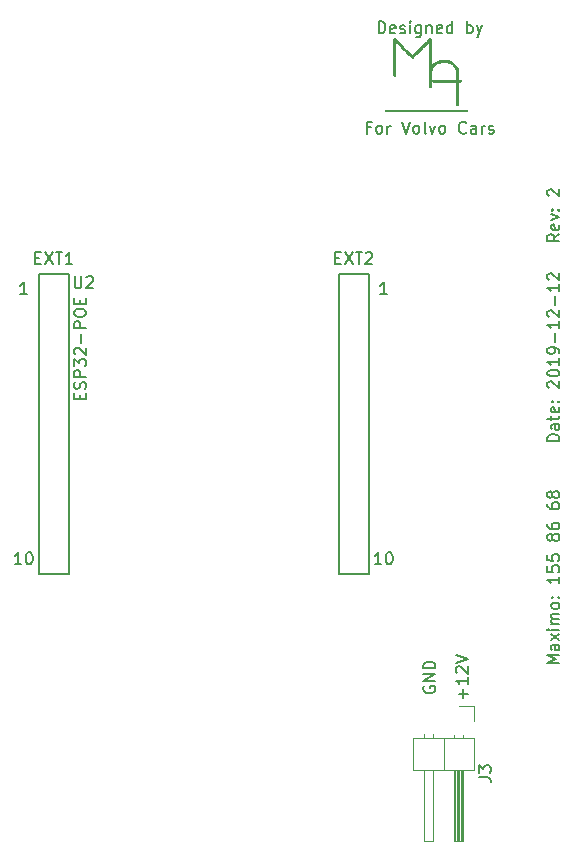
<source format=gto>
G04 #@! TF.GenerationSoftware,KiCad,Pcbnew,(5.1.4)-1*
G04 #@! TF.CreationDate,2019-12-13T13:31:56+01:00*
G04 #@! TF.ProjectId,LIN bus esp32,4c494e20-6275-4732-9065-737033322e6b,2*
G04 #@! TF.SameCoordinates,Original*
G04 #@! TF.FileFunction,Legend,Top*
G04 #@! TF.FilePolarity,Positive*
%FSLAX46Y46*%
G04 Gerber Fmt 4.6, Leading zero omitted, Abs format (unit mm)*
G04 Created by KiCad (PCBNEW (5.1.4)-1) date 2019-12-13 13:31:56*
%MOMM*%
%LPD*%
G04 APERTURE LIST*
%ADD10C,0.150000*%
%ADD11C,0.010000*%
%ADD12C,0.120000*%
G04 APERTURE END LIST*
D10*
X162726190Y-59178571D02*
X162392857Y-59178571D01*
X162392857Y-59702380D02*
X162392857Y-58702380D01*
X162869047Y-58702380D01*
X163392857Y-59702380D02*
X163297619Y-59654761D01*
X163250000Y-59607142D01*
X163202380Y-59511904D01*
X163202380Y-59226190D01*
X163250000Y-59130952D01*
X163297619Y-59083333D01*
X163392857Y-59035714D01*
X163535714Y-59035714D01*
X163630952Y-59083333D01*
X163678571Y-59130952D01*
X163726190Y-59226190D01*
X163726190Y-59511904D01*
X163678571Y-59607142D01*
X163630952Y-59654761D01*
X163535714Y-59702380D01*
X163392857Y-59702380D01*
X164154761Y-59702380D02*
X164154761Y-59035714D01*
X164154761Y-59226190D02*
X164202380Y-59130952D01*
X164250000Y-59083333D01*
X164345238Y-59035714D01*
X164440476Y-59035714D01*
X165392857Y-58702380D02*
X165726190Y-59702380D01*
X166059523Y-58702380D01*
X166535714Y-59702380D02*
X166440476Y-59654761D01*
X166392857Y-59607142D01*
X166345238Y-59511904D01*
X166345238Y-59226190D01*
X166392857Y-59130952D01*
X166440476Y-59083333D01*
X166535714Y-59035714D01*
X166678571Y-59035714D01*
X166773809Y-59083333D01*
X166821428Y-59130952D01*
X166869047Y-59226190D01*
X166869047Y-59511904D01*
X166821428Y-59607142D01*
X166773809Y-59654761D01*
X166678571Y-59702380D01*
X166535714Y-59702380D01*
X167440476Y-59702380D02*
X167345238Y-59654761D01*
X167297619Y-59559523D01*
X167297619Y-58702380D01*
X167726190Y-59035714D02*
X167964285Y-59702380D01*
X168202380Y-59035714D01*
X168726190Y-59702380D02*
X168630952Y-59654761D01*
X168583333Y-59607142D01*
X168535714Y-59511904D01*
X168535714Y-59226190D01*
X168583333Y-59130952D01*
X168630952Y-59083333D01*
X168726190Y-59035714D01*
X168869047Y-59035714D01*
X168964285Y-59083333D01*
X169011904Y-59130952D01*
X169059523Y-59226190D01*
X169059523Y-59511904D01*
X169011904Y-59607142D01*
X168964285Y-59654761D01*
X168869047Y-59702380D01*
X168726190Y-59702380D01*
X170821428Y-59607142D02*
X170773809Y-59654761D01*
X170630952Y-59702380D01*
X170535714Y-59702380D01*
X170392857Y-59654761D01*
X170297619Y-59559523D01*
X170250000Y-59464285D01*
X170202380Y-59273809D01*
X170202380Y-59130952D01*
X170250000Y-58940476D01*
X170297619Y-58845238D01*
X170392857Y-58750000D01*
X170535714Y-58702380D01*
X170630952Y-58702380D01*
X170773809Y-58750000D01*
X170821428Y-58797619D01*
X171678571Y-59702380D02*
X171678571Y-59178571D01*
X171630952Y-59083333D01*
X171535714Y-59035714D01*
X171345238Y-59035714D01*
X171250000Y-59083333D01*
X171678571Y-59654761D02*
X171583333Y-59702380D01*
X171345238Y-59702380D01*
X171250000Y-59654761D01*
X171202380Y-59559523D01*
X171202380Y-59464285D01*
X171250000Y-59369047D01*
X171345238Y-59321428D01*
X171583333Y-59321428D01*
X171678571Y-59273809D01*
X172154761Y-59702380D02*
X172154761Y-59035714D01*
X172154761Y-59226190D02*
X172202380Y-59130952D01*
X172250000Y-59083333D01*
X172345238Y-59035714D01*
X172440476Y-59035714D01*
X172726190Y-59654761D02*
X172821428Y-59702380D01*
X173011904Y-59702380D01*
X173107142Y-59654761D01*
X173154761Y-59559523D01*
X173154761Y-59511904D01*
X173107142Y-59416666D01*
X173011904Y-59369047D01*
X172869047Y-59369047D01*
X172773809Y-59321428D01*
X172726190Y-59226190D01*
X172726190Y-59178571D01*
X172773809Y-59083333D01*
X172869047Y-59035714D01*
X173011904Y-59035714D01*
X173107142Y-59083333D01*
X163416666Y-51202380D02*
X163416666Y-50202380D01*
X163654761Y-50202380D01*
X163797619Y-50250000D01*
X163892857Y-50345238D01*
X163940476Y-50440476D01*
X163988095Y-50630952D01*
X163988095Y-50773809D01*
X163940476Y-50964285D01*
X163892857Y-51059523D01*
X163797619Y-51154761D01*
X163654761Y-51202380D01*
X163416666Y-51202380D01*
X164797619Y-51154761D02*
X164702380Y-51202380D01*
X164511904Y-51202380D01*
X164416666Y-51154761D01*
X164369047Y-51059523D01*
X164369047Y-50678571D01*
X164416666Y-50583333D01*
X164511904Y-50535714D01*
X164702380Y-50535714D01*
X164797619Y-50583333D01*
X164845238Y-50678571D01*
X164845238Y-50773809D01*
X164369047Y-50869047D01*
X165226190Y-51154761D02*
X165321428Y-51202380D01*
X165511904Y-51202380D01*
X165607142Y-51154761D01*
X165654761Y-51059523D01*
X165654761Y-51011904D01*
X165607142Y-50916666D01*
X165511904Y-50869047D01*
X165369047Y-50869047D01*
X165273809Y-50821428D01*
X165226190Y-50726190D01*
X165226190Y-50678571D01*
X165273809Y-50583333D01*
X165369047Y-50535714D01*
X165511904Y-50535714D01*
X165607142Y-50583333D01*
X166083333Y-51202380D02*
X166083333Y-50535714D01*
X166083333Y-50202380D02*
X166035714Y-50250000D01*
X166083333Y-50297619D01*
X166130952Y-50250000D01*
X166083333Y-50202380D01*
X166083333Y-50297619D01*
X166988095Y-50535714D02*
X166988095Y-51345238D01*
X166940476Y-51440476D01*
X166892857Y-51488095D01*
X166797619Y-51535714D01*
X166654761Y-51535714D01*
X166559523Y-51488095D01*
X166988095Y-51154761D02*
X166892857Y-51202380D01*
X166702380Y-51202380D01*
X166607142Y-51154761D01*
X166559523Y-51107142D01*
X166511904Y-51011904D01*
X166511904Y-50726190D01*
X166559523Y-50630952D01*
X166607142Y-50583333D01*
X166702380Y-50535714D01*
X166892857Y-50535714D01*
X166988095Y-50583333D01*
X167464285Y-50535714D02*
X167464285Y-51202380D01*
X167464285Y-50630952D02*
X167511904Y-50583333D01*
X167607142Y-50535714D01*
X167750000Y-50535714D01*
X167845238Y-50583333D01*
X167892857Y-50678571D01*
X167892857Y-51202380D01*
X168750000Y-51154761D02*
X168654761Y-51202380D01*
X168464285Y-51202380D01*
X168369047Y-51154761D01*
X168321428Y-51059523D01*
X168321428Y-50678571D01*
X168369047Y-50583333D01*
X168464285Y-50535714D01*
X168654761Y-50535714D01*
X168750000Y-50583333D01*
X168797619Y-50678571D01*
X168797619Y-50773809D01*
X168321428Y-50869047D01*
X169654761Y-51202380D02*
X169654761Y-50202380D01*
X169654761Y-51154761D02*
X169559523Y-51202380D01*
X169369047Y-51202380D01*
X169273809Y-51154761D01*
X169226190Y-51107142D01*
X169178571Y-51011904D01*
X169178571Y-50726190D01*
X169226190Y-50630952D01*
X169273809Y-50583333D01*
X169369047Y-50535714D01*
X169559523Y-50535714D01*
X169654761Y-50583333D01*
X170892857Y-51202380D02*
X170892857Y-50202380D01*
X170892857Y-50583333D02*
X170988095Y-50535714D01*
X171178571Y-50535714D01*
X171273809Y-50583333D01*
X171321428Y-50630952D01*
X171369047Y-50726190D01*
X171369047Y-51011904D01*
X171321428Y-51107142D01*
X171273809Y-51154761D01*
X171178571Y-51202380D01*
X170988095Y-51202380D01*
X170892857Y-51154761D01*
X171702380Y-50535714D02*
X171940476Y-51202380D01*
X172178571Y-50535714D02*
X171940476Y-51202380D01*
X171845238Y-51440476D01*
X171797619Y-51488095D01*
X171702380Y-51535714D01*
X178702380Y-104547619D02*
X177702380Y-104547619D01*
X178416666Y-104214285D01*
X177702380Y-103880952D01*
X178702380Y-103880952D01*
X178702380Y-102976190D02*
X178178571Y-102976190D01*
X178083333Y-103023809D01*
X178035714Y-103119047D01*
X178035714Y-103309523D01*
X178083333Y-103404761D01*
X178654761Y-102976190D02*
X178702380Y-103071428D01*
X178702380Y-103309523D01*
X178654761Y-103404761D01*
X178559523Y-103452380D01*
X178464285Y-103452380D01*
X178369047Y-103404761D01*
X178321428Y-103309523D01*
X178321428Y-103071428D01*
X178273809Y-102976190D01*
X178702380Y-102595238D02*
X178035714Y-102071428D01*
X178035714Y-102595238D02*
X178702380Y-102071428D01*
X178702380Y-101690476D02*
X178035714Y-101690476D01*
X177702380Y-101690476D02*
X177750000Y-101738095D01*
X177797619Y-101690476D01*
X177750000Y-101642857D01*
X177702380Y-101690476D01*
X177797619Y-101690476D01*
X178702380Y-101214285D02*
X178035714Y-101214285D01*
X178130952Y-101214285D02*
X178083333Y-101166666D01*
X178035714Y-101071428D01*
X178035714Y-100928571D01*
X178083333Y-100833333D01*
X178178571Y-100785714D01*
X178702380Y-100785714D01*
X178178571Y-100785714D02*
X178083333Y-100738095D01*
X178035714Y-100642857D01*
X178035714Y-100499999D01*
X178083333Y-100404761D01*
X178178571Y-100357142D01*
X178702380Y-100357142D01*
X178702380Y-99738095D02*
X178654761Y-99833333D01*
X178607142Y-99880952D01*
X178511904Y-99928571D01*
X178226190Y-99928571D01*
X178130952Y-99880952D01*
X178083333Y-99833333D01*
X178035714Y-99738095D01*
X178035714Y-99595238D01*
X178083333Y-99499999D01*
X178130952Y-99452380D01*
X178226190Y-99404761D01*
X178511904Y-99404761D01*
X178607142Y-99452380D01*
X178654761Y-99499999D01*
X178702380Y-99595238D01*
X178702380Y-99738095D01*
X178607142Y-98976190D02*
X178654761Y-98928571D01*
X178702380Y-98976190D01*
X178654761Y-99023809D01*
X178607142Y-98976190D01*
X178702380Y-98976190D01*
X178083333Y-98976190D02*
X178130952Y-98928571D01*
X178178571Y-98976190D01*
X178130952Y-99023809D01*
X178083333Y-98976190D01*
X178178571Y-98976190D01*
X178702380Y-97214285D02*
X178702380Y-97785714D01*
X178702380Y-97499999D02*
X177702380Y-97499999D01*
X177845238Y-97595238D01*
X177940476Y-97690476D01*
X177988095Y-97785714D01*
X177702380Y-96309523D02*
X177702380Y-96785714D01*
X178178571Y-96833333D01*
X178130952Y-96785714D01*
X178083333Y-96690476D01*
X178083333Y-96452380D01*
X178130952Y-96357142D01*
X178178571Y-96309523D01*
X178273809Y-96261904D01*
X178511904Y-96261904D01*
X178607142Y-96309523D01*
X178654761Y-96357142D01*
X178702380Y-96452380D01*
X178702380Y-96690476D01*
X178654761Y-96785714D01*
X178607142Y-96833333D01*
X177702380Y-95357142D02*
X177702380Y-95833333D01*
X178178571Y-95880952D01*
X178130952Y-95833333D01*
X178083333Y-95738095D01*
X178083333Y-95500000D01*
X178130952Y-95404761D01*
X178178571Y-95357142D01*
X178273809Y-95309523D01*
X178511904Y-95309523D01*
X178607142Y-95357142D01*
X178654761Y-95404761D01*
X178702380Y-95500000D01*
X178702380Y-95738095D01*
X178654761Y-95833333D01*
X178607142Y-95880952D01*
X178130952Y-93976190D02*
X178083333Y-94071428D01*
X178035714Y-94119047D01*
X177940476Y-94166666D01*
X177892857Y-94166666D01*
X177797619Y-94119047D01*
X177750000Y-94071428D01*
X177702380Y-93976190D01*
X177702380Y-93785714D01*
X177750000Y-93690476D01*
X177797619Y-93642857D01*
X177892857Y-93595238D01*
X177940476Y-93595238D01*
X178035714Y-93642857D01*
X178083333Y-93690476D01*
X178130952Y-93785714D01*
X178130952Y-93976190D01*
X178178571Y-94071428D01*
X178226190Y-94119047D01*
X178321428Y-94166666D01*
X178511904Y-94166666D01*
X178607142Y-94119047D01*
X178654761Y-94071428D01*
X178702380Y-93976190D01*
X178702380Y-93785714D01*
X178654761Y-93690476D01*
X178607142Y-93642857D01*
X178511904Y-93595238D01*
X178321428Y-93595238D01*
X178226190Y-93642857D01*
X178178571Y-93690476D01*
X178130952Y-93785714D01*
X177702380Y-92738095D02*
X177702380Y-92928571D01*
X177750000Y-93023809D01*
X177797619Y-93071428D01*
X177940476Y-93166666D01*
X178130952Y-93214285D01*
X178511904Y-93214285D01*
X178607142Y-93166666D01*
X178654761Y-93119047D01*
X178702380Y-93023809D01*
X178702380Y-92833333D01*
X178654761Y-92738095D01*
X178607142Y-92690476D01*
X178511904Y-92642857D01*
X178273809Y-92642857D01*
X178178571Y-92690476D01*
X178130952Y-92738095D01*
X178083333Y-92833333D01*
X178083333Y-93023809D01*
X178130952Y-93119047D01*
X178178571Y-93166666D01*
X178273809Y-93214285D01*
X177702380Y-91023809D02*
X177702380Y-91214285D01*
X177750000Y-91309523D01*
X177797619Y-91357142D01*
X177940476Y-91452380D01*
X178130952Y-91500000D01*
X178511904Y-91500000D01*
X178607142Y-91452380D01*
X178654761Y-91404761D01*
X178702380Y-91309523D01*
X178702380Y-91119047D01*
X178654761Y-91023809D01*
X178607142Y-90976190D01*
X178511904Y-90928571D01*
X178273809Y-90928571D01*
X178178571Y-90976190D01*
X178130952Y-91023809D01*
X178083333Y-91119047D01*
X178083333Y-91309523D01*
X178130952Y-91404761D01*
X178178571Y-91452380D01*
X178273809Y-91500000D01*
X178130952Y-90357142D02*
X178083333Y-90452380D01*
X178035714Y-90500000D01*
X177940476Y-90547619D01*
X177892857Y-90547619D01*
X177797619Y-90500000D01*
X177750000Y-90452380D01*
X177702380Y-90357142D01*
X177702380Y-90166666D01*
X177750000Y-90071428D01*
X177797619Y-90023809D01*
X177892857Y-89976190D01*
X177940476Y-89976190D01*
X178035714Y-90023809D01*
X178083333Y-90071428D01*
X178130952Y-90166666D01*
X178130952Y-90357142D01*
X178178571Y-90452380D01*
X178226190Y-90500000D01*
X178321428Y-90547619D01*
X178511904Y-90547619D01*
X178607142Y-90500000D01*
X178654761Y-90452380D01*
X178702380Y-90357142D01*
X178702380Y-90166666D01*
X178654761Y-90071428D01*
X178607142Y-90023809D01*
X178511904Y-89976190D01*
X178321428Y-89976190D01*
X178226190Y-90023809D01*
X178178571Y-90071428D01*
X178130952Y-90166666D01*
X178702380Y-85738095D02*
X177702380Y-85738095D01*
X177702380Y-85500000D01*
X177750000Y-85357142D01*
X177845238Y-85261904D01*
X177940476Y-85214285D01*
X178130952Y-85166666D01*
X178273809Y-85166666D01*
X178464285Y-85214285D01*
X178559523Y-85261904D01*
X178654761Y-85357142D01*
X178702380Y-85500000D01*
X178702380Y-85738095D01*
X178702380Y-84309523D02*
X178178571Y-84309523D01*
X178083333Y-84357142D01*
X178035714Y-84452380D01*
X178035714Y-84642857D01*
X178083333Y-84738095D01*
X178654761Y-84309523D02*
X178702380Y-84404761D01*
X178702380Y-84642857D01*
X178654761Y-84738095D01*
X178559523Y-84785714D01*
X178464285Y-84785714D01*
X178369047Y-84738095D01*
X178321428Y-84642857D01*
X178321428Y-84404761D01*
X178273809Y-84309523D01*
X178035714Y-83976190D02*
X178035714Y-83595238D01*
X177702380Y-83833333D02*
X178559523Y-83833333D01*
X178654761Y-83785714D01*
X178702380Y-83690476D01*
X178702380Y-83595238D01*
X178654761Y-82880952D02*
X178702380Y-82976190D01*
X178702380Y-83166666D01*
X178654761Y-83261904D01*
X178559523Y-83309523D01*
X178178571Y-83309523D01*
X178083333Y-83261904D01*
X178035714Y-83166666D01*
X178035714Y-82976190D01*
X178083333Y-82880952D01*
X178178571Y-82833333D01*
X178273809Y-82833333D01*
X178369047Y-83309523D01*
X178607142Y-82404761D02*
X178654761Y-82357142D01*
X178702380Y-82404761D01*
X178654761Y-82452380D01*
X178607142Y-82404761D01*
X178702380Y-82404761D01*
X178083333Y-82404761D02*
X178130952Y-82357142D01*
X178178571Y-82404761D01*
X178130952Y-82452380D01*
X178083333Y-82404761D01*
X178178571Y-82404761D01*
X177797619Y-81214285D02*
X177750000Y-81166666D01*
X177702380Y-81071428D01*
X177702380Y-80833333D01*
X177750000Y-80738095D01*
X177797619Y-80690476D01*
X177892857Y-80642857D01*
X177988095Y-80642857D01*
X178130952Y-80690476D01*
X178702380Y-81261904D01*
X178702380Y-80642857D01*
X177702380Y-80023809D02*
X177702380Y-79928571D01*
X177750000Y-79833333D01*
X177797619Y-79785714D01*
X177892857Y-79738095D01*
X178083333Y-79690476D01*
X178321428Y-79690476D01*
X178511904Y-79738095D01*
X178607142Y-79785714D01*
X178654761Y-79833333D01*
X178702380Y-79928571D01*
X178702380Y-80023809D01*
X178654761Y-80119047D01*
X178607142Y-80166666D01*
X178511904Y-80214285D01*
X178321428Y-80261904D01*
X178083333Y-80261904D01*
X177892857Y-80214285D01*
X177797619Y-80166666D01*
X177750000Y-80119047D01*
X177702380Y-80023809D01*
X178702380Y-78738095D02*
X178702380Y-79309523D01*
X178702380Y-79023809D02*
X177702380Y-79023809D01*
X177845238Y-79119047D01*
X177940476Y-79214285D01*
X177988095Y-79309523D01*
X178702380Y-78261904D02*
X178702380Y-78071428D01*
X178654761Y-77976190D01*
X178607142Y-77928571D01*
X178464285Y-77833333D01*
X178273809Y-77785714D01*
X177892857Y-77785714D01*
X177797619Y-77833333D01*
X177750000Y-77880952D01*
X177702380Y-77976190D01*
X177702380Y-78166666D01*
X177750000Y-78261904D01*
X177797619Y-78309523D01*
X177892857Y-78357142D01*
X178130952Y-78357142D01*
X178226190Y-78309523D01*
X178273809Y-78261904D01*
X178321428Y-78166666D01*
X178321428Y-77976190D01*
X178273809Y-77880952D01*
X178226190Y-77833333D01*
X178130952Y-77785714D01*
X178321428Y-77357142D02*
X178321428Y-76595238D01*
X178702380Y-75595238D02*
X178702380Y-76166666D01*
X178702380Y-75880952D02*
X177702380Y-75880952D01*
X177845238Y-75976190D01*
X177940476Y-76071428D01*
X177988095Y-76166666D01*
X177797619Y-75214285D02*
X177750000Y-75166666D01*
X177702380Y-75071428D01*
X177702380Y-74833333D01*
X177750000Y-74738095D01*
X177797619Y-74690476D01*
X177892857Y-74642857D01*
X177988095Y-74642857D01*
X178130952Y-74690476D01*
X178702380Y-75261904D01*
X178702380Y-74642857D01*
X178321428Y-74214285D02*
X178321428Y-73452380D01*
X178702380Y-72452380D02*
X178702380Y-73023809D01*
X178702380Y-72738095D02*
X177702380Y-72738095D01*
X177845238Y-72833333D01*
X177940476Y-72928571D01*
X177988095Y-73023809D01*
X177797619Y-72071428D02*
X177750000Y-72023809D01*
X177702380Y-71928571D01*
X177702380Y-71690476D01*
X177750000Y-71595238D01*
X177797619Y-71547619D01*
X177892857Y-71500000D01*
X177988095Y-71500000D01*
X178130952Y-71547619D01*
X178702380Y-72119047D01*
X178702380Y-71500000D01*
X178702380Y-68214285D02*
X178226190Y-68547619D01*
X178702380Y-68785714D02*
X177702380Y-68785714D01*
X177702380Y-68404761D01*
X177750000Y-68309523D01*
X177797619Y-68261904D01*
X177892857Y-68214285D01*
X178035714Y-68214285D01*
X178130952Y-68261904D01*
X178178571Y-68309523D01*
X178226190Y-68404761D01*
X178226190Y-68785714D01*
X178654761Y-67404761D02*
X178702380Y-67500000D01*
X178702380Y-67690476D01*
X178654761Y-67785714D01*
X178559523Y-67833333D01*
X178178571Y-67833333D01*
X178083333Y-67785714D01*
X178035714Y-67690476D01*
X178035714Y-67500000D01*
X178083333Y-67404761D01*
X178178571Y-67357142D01*
X178273809Y-67357142D01*
X178369047Y-67833333D01*
X178035714Y-67023809D02*
X178702380Y-66785714D01*
X178035714Y-66547619D01*
X178607142Y-66166666D02*
X178654761Y-66119047D01*
X178702380Y-66166666D01*
X178654761Y-66214285D01*
X178607142Y-66166666D01*
X178702380Y-66166666D01*
X178083333Y-66166666D02*
X178130952Y-66119047D01*
X178178571Y-66166666D01*
X178130952Y-66214285D01*
X178083333Y-66166666D01*
X178178571Y-66166666D01*
X177797619Y-64976190D02*
X177750000Y-64928571D01*
X177702380Y-64833333D01*
X177702380Y-64595238D01*
X177750000Y-64500000D01*
X177797619Y-64452380D01*
X177892857Y-64404761D01*
X177988095Y-64404761D01*
X178130952Y-64452380D01*
X178702380Y-65023809D01*
X178702380Y-64404761D01*
X167250000Y-106511904D02*
X167202380Y-106607142D01*
X167202380Y-106750000D01*
X167250000Y-106892857D01*
X167345238Y-106988095D01*
X167440476Y-107035714D01*
X167630952Y-107083333D01*
X167773809Y-107083333D01*
X167964285Y-107035714D01*
X168059523Y-106988095D01*
X168154761Y-106892857D01*
X168202380Y-106750000D01*
X168202380Y-106654761D01*
X168154761Y-106511904D01*
X168107142Y-106464285D01*
X167773809Y-106464285D01*
X167773809Y-106654761D01*
X168202380Y-106035714D02*
X167202380Y-106035714D01*
X168202380Y-105464285D01*
X167202380Y-105464285D01*
X168202380Y-104988095D02*
X167202380Y-104988095D01*
X167202380Y-104750000D01*
X167250000Y-104607142D01*
X167345238Y-104511904D01*
X167440476Y-104464285D01*
X167630952Y-104416666D01*
X167773809Y-104416666D01*
X167964285Y-104464285D01*
X168059523Y-104511904D01*
X168154761Y-104607142D01*
X168202380Y-104750000D01*
X168202380Y-104988095D01*
X170571428Y-107511904D02*
X170571428Y-106750000D01*
X170952380Y-107130952D02*
X170190476Y-107130952D01*
X170952380Y-105750000D02*
X170952380Y-106321428D01*
X170952380Y-106035714D02*
X169952380Y-106035714D01*
X170095238Y-106130952D01*
X170190476Y-106226190D01*
X170238095Y-106321428D01*
X170047619Y-105369047D02*
X170000000Y-105321428D01*
X169952380Y-105226190D01*
X169952380Y-104988095D01*
X170000000Y-104892857D01*
X170047619Y-104845238D01*
X170142857Y-104797619D01*
X170238095Y-104797619D01*
X170380952Y-104845238D01*
X170952380Y-105416666D01*
X170952380Y-104797619D01*
X169952380Y-104511904D02*
X170952380Y-104178571D01*
X169952380Y-103845238D01*
X134620000Y-71574000D02*
X137160000Y-71574000D01*
X137160000Y-71574000D02*
X137160000Y-96974000D01*
X137160000Y-96974000D02*
X134620000Y-96974000D01*
X134620000Y-96974000D02*
X134620000Y-71574000D01*
X160020000Y-71574000D02*
X162560000Y-71574000D01*
X162560000Y-71574000D02*
X162560000Y-96974000D01*
X162560000Y-96974000D02*
X160020000Y-96974000D01*
X160020000Y-96974000D02*
X160020000Y-71574000D01*
D11*
G36*
X167774052Y-57700886D02*
G01*
X168096612Y-57700902D01*
X168396007Y-57700936D01*
X168673105Y-57700994D01*
X168928773Y-57701080D01*
X169163881Y-57701202D01*
X169379295Y-57701364D01*
X169575885Y-57701572D01*
X169754518Y-57701833D01*
X169916063Y-57702151D01*
X170061387Y-57702533D01*
X170191360Y-57702983D01*
X170306849Y-57703509D01*
X170408722Y-57704115D01*
X170497847Y-57704807D01*
X170575094Y-57705592D01*
X170641329Y-57706474D01*
X170697421Y-57707459D01*
X170744239Y-57708554D01*
X170782649Y-57709763D01*
X170813522Y-57711093D01*
X170837724Y-57712549D01*
X170856124Y-57714136D01*
X170869590Y-57715862D01*
X170878991Y-57717731D01*
X170885194Y-57719749D01*
X170889067Y-57721922D01*
X170890962Y-57723652D01*
X170909707Y-57756568D01*
X170903734Y-57787349D01*
X170888799Y-57804786D01*
X170885266Y-57806866D01*
X170878852Y-57808802D01*
X170868697Y-57810599D01*
X170853938Y-57812263D01*
X170833715Y-57813798D01*
X170807165Y-57815210D01*
X170773426Y-57816503D01*
X170731638Y-57817682D01*
X170680939Y-57818754D01*
X170620467Y-57819723D01*
X170549360Y-57820593D01*
X170466758Y-57821371D01*
X170371798Y-57822062D01*
X170263618Y-57822669D01*
X170141358Y-57823200D01*
X170004156Y-57823658D01*
X169851150Y-57824049D01*
X169681479Y-57824378D01*
X169494280Y-57824649D01*
X169288693Y-57824870D01*
X169063856Y-57825043D01*
X168818908Y-57825175D01*
X168552986Y-57825270D01*
X168265229Y-57825335D01*
X167954776Y-57825373D01*
X167620764Y-57825390D01*
X167423130Y-57825392D01*
X167076536Y-57825388D01*
X166753975Y-57825371D01*
X166454580Y-57825338D01*
X166177482Y-57825280D01*
X165921814Y-57825193D01*
X165686707Y-57825072D01*
X165471292Y-57824910D01*
X165274703Y-57824701D01*
X165096069Y-57824441D01*
X164934525Y-57824123D01*
X164789200Y-57823741D01*
X164659228Y-57823291D01*
X164543739Y-57822765D01*
X164441866Y-57822159D01*
X164352740Y-57821467D01*
X164275494Y-57820682D01*
X164209259Y-57819800D01*
X164153166Y-57818815D01*
X164106349Y-57817720D01*
X164067938Y-57816511D01*
X164037066Y-57815181D01*
X164012864Y-57813725D01*
X163994464Y-57812137D01*
X163980997Y-57810412D01*
X163971597Y-57808543D01*
X163965394Y-57806525D01*
X163961520Y-57804352D01*
X163959625Y-57802622D01*
X163940881Y-57769705D01*
X163946854Y-57738925D01*
X163961789Y-57721488D01*
X163965322Y-57719408D01*
X163971735Y-57717472D01*
X163981890Y-57715674D01*
X163996649Y-57714011D01*
X164016873Y-57712476D01*
X164043423Y-57711064D01*
X164077161Y-57709771D01*
X164118949Y-57708591D01*
X164169649Y-57707520D01*
X164230121Y-57706551D01*
X164301227Y-57705680D01*
X164383830Y-57704903D01*
X164478790Y-57704212D01*
X164586969Y-57703604D01*
X164709229Y-57703074D01*
X164846431Y-57702616D01*
X164999437Y-57702225D01*
X165169109Y-57701896D01*
X165356307Y-57701624D01*
X165561894Y-57701404D01*
X165786731Y-57701231D01*
X166031680Y-57701099D01*
X166297602Y-57701003D01*
X166585359Y-57700939D01*
X166895812Y-57700901D01*
X167229823Y-57700884D01*
X167427457Y-57700882D01*
X167774052Y-57700886D01*
X167774052Y-57700886D01*
G37*
X167774052Y-57700886D02*
X168096612Y-57700902D01*
X168396007Y-57700936D01*
X168673105Y-57700994D01*
X168928773Y-57701080D01*
X169163881Y-57701202D01*
X169379295Y-57701364D01*
X169575885Y-57701572D01*
X169754518Y-57701833D01*
X169916063Y-57702151D01*
X170061387Y-57702533D01*
X170191360Y-57702983D01*
X170306849Y-57703509D01*
X170408722Y-57704115D01*
X170497847Y-57704807D01*
X170575094Y-57705592D01*
X170641329Y-57706474D01*
X170697421Y-57707459D01*
X170744239Y-57708554D01*
X170782649Y-57709763D01*
X170813522Y-57711093D01*
X170837724Y-57712549D01*
X170856124Y-57714136D01*
X170869590Y-57715862D01*
X170878991Y-57717731D01*
X170885194Y-57719749D01*
X170889067Y-57721922D01*
X170890962Y-57723652D01*
X170909707Y-57756568D01*
X170903734Y-57787349D01*
X170888799Y-57804786D01*
X170885266Y-57806866D01*
X170878852Y-57808802D01*
X170868697Y-57810599D01*
X170853938Y-57812263D01*
X170833715Y-57813798D01*
X170807165Y-57815210D01*
X170773426Y-57816503D01*
X170731638Y-57817682D01*
X170680939Y-57818754D01*
X170620467Y-57819723D01*
X170549360Y-57820593D01*
X170466758Y-57821371D01*
X170371798Y-57822062D01*
X170263618Y-57822669D01*
X170141358Y-57823200D01*
X170004156Y-57823658D01*
X169851150Y-57824049D01*
X169681479Y-57824378D01*
X169494280Y-57824649D01*
X169288693Y-57824870D01*
X169063856Y-57825043D01*
X168818908Y-57825175D01*
X168552986Y-57825270D01*
X168265229Y-57825335D01*
X167954776Y-57825373D01*
X167620764Y-57825390D01*
X167423130Y-57825392D01*
X167076536Y-57825388D01*
X166753975Y-57825371D01*
X166454580Y-57825338D01*
X166177482Y-57825280D01*
X165921814Y-57825193D01*
X165686707Y-57825072D01*
X165471292Y-57824910D01*
X165274703Y-57824701D01*
X165096069Y-57824441D01*
X164934525Y-57824123D01*
X164789200Y-57823741D01*
X164659228Y-57823291D01*
X164543739Y-57822765D01*
X164441866Y-57822159D01*
X164352740Y-57821467D01*
X164275494Y-57820682D01*
X164209259Y-57819800D01*
X164153166Y-57818815D01*
X164106349Y-57817720D01*
X164067938Y-57816511D01*
X164037066Y-57815181D01*
X164012864Y-57813725D01*
X163994464Y-57812137D01*
X163980997Y-57810412D01*
X163971597Y-57808543D01*
X163965394Y-57806525D01*
X163961520Y-57804352D01*
X163959625Y-57802622D01*
X163940881Y-57769705D01*
X163946854Y-57738925D01*
X163961789Y-57721488D01*
X163965322Y-57719408D01*
X163971735Y-57717472D01*
X163981890Y-57715674D01*
X163996649Y-57714011D01*
X164016873Y-57712476D01*
X164043423Y-57711064D01*
X164077161Y-57709771D01*
X164118949Y-57708591D01*
X164169649Y-57707520D01*
X164230121Y-57706551D01*
X164301227Y-57705680D01*
X164383830Y-57704903D01*
X164478790Y-57704212D01*
X164586969Y-57703604D01*
X164709229Y-57703074D01*
X164846431Y-57702616D01*
X164999437Y-57702225D01*
X165169109Y-57701896D01*
X165356307Y-57701624D01*
X165561894Y-57701404D01*
X165786731Y-57701231D01*
X166031680Y-57701099D01*
X166297602Y-57701003D01*
X166585359Y-57700939D01*
X166895812Y-57700901D01*
X167229823Y-57700884D01*
X167427457Y-57700882D01*
X167774052Y-57700886D01*
G36*
X164752455Y-51602116D02*
G01*
X164765301Y-51609454D01*
X164783584Y-51622958D01*
X164808397Y-51643670D01*
X164840830Y-51672631D01*
X164881977Y-51710884D01*
X164932929Y-51759472D01*
X164994778Y-51819435D01*
X165068617Y-51891817D01*
X165155537Y-51977659D01*
X165256631Y-52078003D01*
X165372990Y-52193891D01*
X165505707Y-52326366D01*
X165514875Y-52335525D01*
X166251187Y-53071148D01*
X166969458Y-52353213D01*
X167080990Y-52241911D01*
X167187961Y-52135505D01*
X167288997Y-52035343D01*
X167382722Y-51942772D01*
X167467758Y-51859142D01*
X167542730Y-51785800D01*
X167606262Y-51724095D01*
X167656977Y-51675376D01*
X167693499Y-51640991D01*
X167714453Y-51622287D01*
X167718462Y-51619333D01*
X167763316Y-51608154D01*
X167804583Y-51620453D01*
X167837335Y-51654500D01*
X167841423Y-51661967D01*
X167845013Y-51671155D01*
X167848136Y-51683642D01*
X167850826Y-51701004D01*
X167853116Y-51724819D01*
X167855040Y-51756663D01*
X167856630Y-51798112D01*
X167857918Y-51850745D01*
X167858939Y-51916138D01*
X167859725Y-51995867D01*
X167860309Y-52091509D01*
X167860724Y-52204642D01*
X167861003Y-52336842D01*
X167861179Y-52489686D01*
X167861285Y-52664751D01*
X167861335Y-52801421D01*
X167861685Y-53909558D01*
X167917712Y-53845142D01*
X167966650Y-53794238D01*
X168022871Y-53747010D01*
X168090994Y-53700135D01*
X168175641Y-53650289D01*
X168228217Y-53621831D01*
X168405794Y-53540364D01*
X168586034Y-53482094D01*
X168767266Y-53447257D01*
X168947821Y-53436091D01*
X169126027Y-53448833D01*
X169261813Y-53475391D01*
X169338396Y-53498332D01*
X169425910Y-53530265D01*
X169514534Y-53567200D01*
X169594445Y-53605146D01*
X169633503Y-53626379D01*
X169721662Y-53688222D01*
X169810261Y-53769670D01*
X169895553Y-53865778D01*
X169973790Y-53971604D01*
X170041224Y-54082205D01*
X170094107Y-54192637D01*
X170121158Y-54269574D01*
X170127312Y-54294363D01*
X170132230Y-54323808D01*
X170136061Y-54360926D01*
X170138957Y-54408735D01*
X170141066Y-54470252D01*
X170142538Y-54548495D01*
X170143524Y-54646480D01*
X170144010Y-54729609D01*
X170145833Y-55117304D01*
X170241076Y-55123529D01*
X170307059Y-55131456D01*
X170351598Y-55146321D01*
X170377629Y-55169982D01*
X170388087Y-55204295D01*
X170388627Y-55216911D01*
X170382258Y-55254774D01*
X170361195Y-55281427D01*
X170322503Y-55298730D01*
X170263245Y-55308538D01*
X170241076Y-55310294D01*
X170145833Y-55316519D01*
X170144185Y-56269019D01*
X170143904Y-56421227D01*
X170143599Y-56566471D01*
X170143279Y-56702786D01*
X170142948Y-56828211D01*
X170142614Y-56940782D01*
X170142282Y-57038535D01*
X170141959Y-57119508D01*
X170141651Y-57181738D01*
X170141365Y-57223261D01*
X170141106Y-57242115D01*
X170141073Y-57242823D01*
X170127655Y-57275166D01*
X170097226Y-57299457D01*
X170057257Y-57312183D01*
X170015222Y-57309831D01*
X170005497Y-57306568D01*
X169989013Y-57291736D01*
X169971424Y-57264913D01*
X169971257Y-57264591D01*
X169967794Y-57255125D01*
X169964783Y-57239949D01*
X169962192Y-57217436D01*
X169959993Y-57185960D01*
X169958156Y-57143896D01*
X169956649Y-57089617D01*
X169955443Y-57021497D01*
X169954508Y-56937910D01*
X169953815Y-56837231D01*
X169953331Y-56717832D01*
X169953029Y-56578089D01*
X169952876Y-56416374D01*
X169952843Y-56269638D01*
X169952843Y-55310294D01*
X168987273Y-55310294D01*
X168803592Y-55310292D01*
X168643205Y-55310219D01*
X168504506Y-55309970D01*
X168385886Y-55309443D01*
X168285739Y-55308533D01*
X168202457Y-55307137D01*
X168134433Y-55305152D01*
X168080059Y-55302475D01*
X168037728Y-55299001D01*
X168005832Y-55294628D01*
X167982765Y-55289252D01*
X167966919Y-55282770D01*
X167956687Y-55275077D01*
X167950460Y-55266072D01*
X167946633Y-55255649D01*
X167943597Y-55243707D01*
X167943448Y-55243112D01*
X167942829Y-55199394D01*
X167960102Y-55160845D01*
X167991287Y-55136192D01*
X167992401Y-55135757D01*
X168011188Y-55133393D01*
X168053892Y-55131253D01*
X168119530Y-55129348D01*
X168207117Y-55127690D01*
X168315671Y-55126293D01*
X168444207Y-55125166D01*
X168591743Y-55124324D01*
X168757293Y-55123778D01*
X168939874Y-55123539D01*
X168988156Y-55123529D01*
X169951749Y-55123529D01*
X169955409Y-54765563D01*
X169956339Y-54648529D01*
X169956211Y-54552964D01*
X169954596Y-54475443D01*
X169951068Y-54412543D01*
X169945200Y-54360838D01*
X169936564Y-54316903D01*
X169924735Y-54277314D01*
X169909285Y-54238647D01*
X169889787Y-54197476D01*
X169882870Y-54183700D01*
X169803376Y-54047961D01*
X169712152Y-53933063D01*
X169607322Y-53837526D01*
X169487013Y-53759870D01*
X169349350Y-53698614D01*
X169217695Y-53658439D01*
X169054656Y-53629906D01*
X168887961Y-53625131D01*
X168719840Y-53643675D01*
X168552526Y-53685100D01*
X168388249Y-53748969D01*
X168229243Y-53834843D01*
X168189727Y-53860264D01*
X168132597Y-53900723D01*
X168090164Y-53937836D01*
X168054690Y-53979061D01*
X168029900Y-54014288D01*
X167997000Y-54068755D01*
X167965260Y-54129556D01*
X167941521Y-54183580D01*
X167941417Y-54183857D01*
X167926121Y-54224712D01*
X167913148Y-54261064D01*
X167902283Y-54295337D01*
X167893312Y-54329953D01*
X167886018Y-54367337D01*
X167880186Y-54409914D01*
X167875601Y-54460105D01*
X167872047Y-54520336D01*
X167869310Y-54593031D01*
X167867173Y-54680612D01*
X167865422Y-54785504D01*
X167863842Y-54910131D01*
X167862216Y-55056916D01*
X167861988Y-55077951D01*
X167854853Y-55735854D01*
X167825459Y-55759642D01*
X167783494Y-55780753D01*
X167740448Y-55776993D01*
X167707120Y-55757625D01*
X167674313Y-55731820D01*
X167674313Y-53833949D01*
X167674255Y-53618642D01*
X167674084Y-53410218D01*
X167673806Y-53210029D01*
X167673429Y-53019424D01*
X167672959Y-52839754D01*
X167672402Y-52672368D01*
X167671764Y-52518617D01*
X167671053Y-52379851D01*
X167670274Y-52257420D01*
X167669434Y-52152675D01*
X167668540Y-52066965D01*
X167667597Y-52001641D01*
X167666613Y-51958053D01*
X167665594Y-51937550D01*
X167665235Y-51936078D01*
X167655189Y-51944663D01*
X167628918Y-51969518D01*
X167587794Y-52009290D01*
X167533188Y-52062631D01*
X167466472Y-52128187D01*
X167389018Y-52204609D01*
X167302196Y-52290544D01*
X167207378Y-52384643D01*
X167105937Y-52485554D01*
X166999243Y-52591926D01*
X166983544Y-52607597D01*
X166841602Y-52748971D01*
X166714874Y-52874491D01*
X166603629Y-52983895D01*
X166508139Y-53076924D01*
X166428674Y-53153316D01*
X166365504Y-53212811D01*
X166318900Y-53255150D01*
X166289133Y-53280070D01*
X166277589Y-53287299D01*
X166241545Y-53290360D01*
X166216239Y-53286594D01*
X166203123Y-53276549D01*
X166173859Y-53250235D01*
X166129868Y-53209030D01*
X166072569Y-53154314D01*
X166003384Y-53087466D01*
X165923732Y-53009864D01*
X165835033Y-52922887D01*
X165738708Y-52827916D01*
X165636178Y-52726328D01*
X165528861Y-52619502D01*
X165516224Y-52606891D01*
X165408900Y-52499893D01*
X165306597Y-52398163D01*
X165210691Y-52303054D01*
X165122558Y-52215917D01*
X165043573Y-52138106D01*
X164975112Y-52070971D01*
X164918552Y-52015866D01*
X164875268Y-51974141D01*
X164846636Y-51947150D01*
X164834032Y-51936244D01*
X164833629Y-51936078D01*
X164832239Y-51948268D01*
X164830902Y-51983794D01*
X164829631Y-52041090D01*
X164828436Y-52118591D01*
X164827329Y-52214730D01*
X164826323Y-52327941D01*
X164825429Y-52456659D01*
X164824659Y-52599318D01*
X164824025Y-52754352D01*
X164823537Y-52920195D01*
X164823209Y-53095281D01*
X164823051Y-53278045D01*
X164823039Y-53347094D01*
X164823039Y-54758110D01*
X164794222Y-54785182D01*
X164753987Y-54809001D01*
X164712859Y-54810307D01*
X164676627Y-54790575D01*
X164651078Y-54751283D01*
X164650035Y-54748405D01*
X164647916Y-54729949D01*
X164645962Y-54688471D01*
X164644175Y-54625849D01*
X164642555Y-54543960D01*
X164641100Y-54444684D01*
X164639811Y-54329900D01*
X164638689Y-54201484D01*
X164637733Y-54061317D01*
X164636942Y-53911277D01*
X164636318Y-53753241D01*
X164635861Y-53589089D01*
X164635569Y-53420699D01*
X164635443Y-53249949D01*
X164635484Y-53078719D01*
X164635690Y-52908886D01*
X164636063Y-52742329D01*
X164636602Y-52580927D01*
X164637307Y-52426557D01*
X164638178Y-52281099D01*
X164639216Y-52146432D01*
X164640419Y-52024432D01*
X164641789Y-51916980D01*
X164643325Y-51825953D01*
X164645027Y-51753230D01*
X164646895Y-51700689D01*
X164648929Y-51670210D01*
X164650035Y-51663752D01*
X164673480Y-51623748D01*
X164710637Y-51603490D01*
X164743953Y-51599902D01*
X164752455Y-51602116D01*
X164752455Y-51602116D01*
G37*
X164752455Y-51602116D02*
X164765301Y-51609454D01*
X164783584Y-51622958D01*
X164808397Y-51643670D01*
X164840830Y-51672631D01*
X164881977Y-51710884D01*
X164932929Y-51759472D01*
X164994778Y-51819435D01*
X165068617Y-51891817D01*
X165155537Y-51977659D01*
X165256631Y-52078003D01*
X165372990Y-52193891D01*
X165505707Y-52326366D01*
X165514875Y-52335525D01*
X166251187Y-53071148D01*
X166969458Y-52353213D01*
X167080990Y-52241911D01*
X167187961Y-52135505D01*
X167288997Y-52035343D01*
X167382722Y-51942772D01*
X167467758Y-51859142D01*
X167542730Y-51785800D01*
X167606262Y-51724095D01*
X167656977Y-51675376D01*
X167693499Y-51640991D01*
X167714453Y-51622287D01*
X167718462Y-51619333D01*
X167763316Y-51608154D01*
X167804583Y-51620453D01*
X167837335Y-51654500D01*
X167841423Y-51661967D01*
X167845013Y-51671155D01*
X167848136Y-51683642D01*
X167850826Y-51701004D01*
X167853116Y-51724819D01*
X167855040Y-51756663D01*
X167856630Y-51798112D01*
X167857918Y-51850745D01*
X167858939Y-51916138D01*
X167859725Y-51995867D01*
X167860309Y-52091509D01*
X167860724Y-52204642D01*
X167861003Y-52336842D01*
X167861179Y-52489686D01*
X167861285Y-52664751D01*
X167861335Y-52801421D01*
X167861685Y-53909558D01*
X167917712Y-53845142D01*
X167966650Y-53794238D01*
X168022871Y-53747010D01*
X168090994Y-53700135D01*
X168175641Y-53650289D01*
X168228217Y-53621831D01*
X168405794Y-53540364D01*
X168586034Y-53482094D01*
X168767266Y-53447257D01*
X168947821Y-53436091D01*
X169126027Y-53448833D01*
X169261813Y-53475391D01*
X169338396Y-53498332D01*
X169425910Y-53530265D01*
X169514534Y-53567200D01*
X169594445Y-53605146D01*
X169633503Y-53626379D01*
X169721662Y-53688222D01*
X169810261Y-53769670D01*
X169895553Y-53865778D01*
X169973790Y-53971604D01*
X170041224Y-54082205D01*
X170094107Y-54192637D01*
X170121158Y-54269574D01*
X170127312Y-54294363D01*
X170132230Y-54323808D01*
X170136061Y-54360926D01*
X170138957Y-54408735D01*
X170141066Y-54470252D01*
X170142538Y-54548495D01*
X170143524Y-54646480D01*
X170144010Y-54729609D01*
X170145833Y-55117304D01*
X170241076Y-55123529D01*
X170307059Y-55131456D01*
X170351598Y-55146321D01*
X170377629Y-55169982D01*
X170388087Y-55204295D01*
X170388627Y-55216911D01*
X170382258Y-55254774D01*
X170361195Y-55281427D01*
X170322503Y-55298730D01*
X170263245Y-55308538D01*
X170241076Y-55310294D01*
X170145833Y-55316519D01*
X170144185Y-56269019D01*
X170143904Y-56421227D01*
X170143599Y-56566471D01*
X170143279Y-56702786D01*
X170142948Y-56828211D01*
X170142614Y-56940782D01*
X170142282Y-57038535D01*
X170141959Y-57119508D01*
X170141651Y-57181738D01*
X170141365Y-57223261D01*
X170141106Y-57242115D01*
X170141073Y-57242823D01*
X170127655Y-57275166D01*
X170097226Y-57299457D01*
X170057257Y-57312183D01*
X170015222Y-57309831D01*
X170005497Y-57306568D01*
X169989013Y-57291736D01*
X169971424Y-57264913D01*
X169971257Y-57264591D01*
X169967794Y-57255125D01*
X169964783Y-57239949D01*
X169962192Y-57217436D01*
X169959993Y-57185960D01*
X169958156Y-57143896D01*
X169956649Y-57089617D01*
X169955443Y-57021497D01*
X169954508Y-56937910D01*
X169953815Y-56837231D01*
X169953331Y-56717832D01*
X169953029Y-56578089D01*
X169952876Y-56416374D01*
X169952843Y-56269638D01*
X169952843Y-55310294D01*
X168987273Y-55310294D01*
X168803592Y-55310292D01*
X168643205Y-55310219D01*
X168504506Y-55309970D01*
X168385886Y-55309443D01*
X168285739Y-55308533D01*
X168202457Y-55307137D01*
X168134433Y-55305152D01*
X168080059Y-55302475D01*
X168037728Y-55299001D01*
X168005832Y-55294628D01*
X167982765Y-55289252D01*
X167966919Y-55282770D01*
X167956687Y-55275077D01*
X167950460Y-55266072D01*
X167946633Y-55255649D01*
X167943597Y-55243707D01*
X167943448Y-55243112D01*
X167942829Y-55199394D01*
X167960102Y-55160845D01*
X167991287Y-55136192D01*
X167992401Y-55135757D01*
X168011188Y-55133393D01*
X168053892Y-55131253D01*
X168119530Y-55129348D01*
X168207117Y-55127690D01*
X168315671Y-55126293D01*
X168444207Y-55125166D01*
X168591743Y-55124324D01*
X168757293Y-55123778D01*
X168939874Y-55123539D01*
X168988156Y-55123529D01*
X169951749Y-55123529D01*
X169955409Y-54765563D01*
X169956339Y-54648529D01*
X169956211Y-54552964D01*
X169954596Y-54475443D01*
X169951068Y-54412543D01*
X169945200Y-54360838D01*
X169936564Y-54316903D01*
X169924735Y-54277314D01*
X169909285Y-54238647D01*
X169889787Y-54197476D01*
X169882870Y-54183700D01*
X169803376Y-54047961D01*
X169712152Y-53933063D01*
X169607322Y-53837526D01*
X169487013Y-53759870D01*
X169349350Y-53698614D01*
X169217695Y-53658439D01*
X169054656Y-53629906D01*
X168887961Y-53625131D01*
X168719840Y-53643675D01*
X168552526Y-53685100D01*
X168388249Y-53748969D01*
X168229243Y-53834843D01*
X168189727Y-53860264D01*
X168132597Y-53900723D01*
X168090164Y-53937836D01*
X168054690Y-53979061D01*
X168029900Y-54014288D01*
X167997000Y-54068755D01*
X167965260Y-54129556D01*
X167941521Y-54183580D01*
X167941417Y-54183857D01*
X167926121Y-54224712D01*
X167913148Y-54261064D01*
X167902283Y-54295337D01*
X167893312Y-54329953D01*
X167886018Y-54367337D01*
X167880186Y-54409914D01*
X167875601Y-54460105D01*
X167872047Y-54520336D01*
X167869310Y-54593031D01*
X167867173Y-54680612D01*
X167865422Y-54785504D01*
X167863842Y-54910131D01*
X167862216Y-55056916D01*
X167861988Y-55077951D01*
X167854853Y-55735854D01*
X167825459Y-55759642D01*
X167783494Y-55780753D01*
X167740448Y-55776993D01*
X167707120Y-55757625D01*
X167674313Y-55731820D01*
X167674313Y-53833949D01*
X167674255Y-53618642D01*
X167674084Y-53410218D01*
X167673806Y-53210029D01*
X167673429Y-53019424D01*
X167672959Y-52839754D01*
X167672402Y-52672368D01*
X167671764Y-52518617D01*
X167671053Y-52379851D01*
X167670274Y-52257420D01*
X167669434Y-52152675D01*
X167668540Y-52066965D01*
X167667597Y-52001641D01*
X167666613Y-51958053D01*
X167665594Y-51937550D01*
X167665235Y-51936078D01*
X167655189Y-51944663D01*
X167628918Y-51969518D01*
X167587794Y-52009290D01*
X167533188Y-52062631D01*
X167466472Y-52128187D01*
X167389018Y-52204609D01*
X167302196Y-52290544D01*
X167207378Y-52384643D01*
X167105937Y-52485554D01*
X166999243Y-52591926D01*
X166983544Y-52607597D01*
X166841602Y-52748971D01*
X166714874Y-52874491D01*
X166603629Y-52983895D01*
X166508139Y-53076924D01*
X166428674Y-53153316D01*
X166365504Y-53212811D01*
X166318900Y-53255150D01*
X166289133Y-53280070D01*
X166277589Y-53287299D01*
X166241545Y-53290360D01*
X166216239Y-53286594D01*
X166203123Y-53276549D01*
X166173859Y-53250235D01*
X166129868Y-53209030D01*
X166072569Y-53154314D01*
X166003384Y-53087466D01*
X165923732Y-53009864D01*
X165835033Y-52922887D01*
X165738708Y-52827916D01*
X165636178Y-52726328D01*
X165528861Y-52619502D01*
X165516224Y-52606891D01*
X165408900Y-52499893D01*
X165306597Y-52398163D01*
X165210691Y-52303054D01*
X165122558Y-52215917D01*
X165043573Y-52138106D01*
X164975112Y-52070971D01*
X164918552Y-52015866D01*
X164875268Y-51974141D01*
X164846636Y-51947150D01*
X164834032Y-51936244D01*
X164833629Y-51936078D01*
X164832239Y-51948268D01*
X164830902Y-51983794D01*
X164829631Y-52041090D01*
X164828436Y-52118591D01*
X164827329Y-52214730D01*
X164826323Y-52327941D01*
X164825429Y-52456659D01*
X164824659Y-52599318D01*
X164824025Y-52754352D01*
X164823537Y-52920195D01*
X164823209Y-53095281D01*
X164823051Y-53278045D01*
X164823039Y-53347094D01*
X164823039Y-54758110D01*
X164794222Y-54785182D01*
X164753987Y-54809001D01*
X164712859Y-54810307D01*
X164676627Y-54790575D01*
X164651078Y-54751283D01*
X164650035Y-54748405D01*
X164647916Y-54729949D01*
X164645962Y-54688471D01*
X164644175Y-54625849D01*
X164642555Y-54543960D01*
X164641100Y-54444684D01*
X164639811Y-54329900D01*
X164638689Y-54201484D01*
X164637733Y-54061317D01*
X164636942Y-53911277D01*
X164636318Y-53753241D01*
X164635861Y-53589089D01*
X164635569Y-53420699D01*
X164635443Y-53249949D01*
X164635484Y-53078719D01*
X164635690Y-52908886D01*
X164636063Y-52742329D01*
X164636602Y-52580927D01*
X164637307Y-52426557D01*
X164638178Y-52281099D01*
X164639216Y-52146432D01*
X164640419Y-52024432D01*
X164641789Y-51916980D01*
X164643325Y-51825953D01*
X164645027Y-51753230D01*
X164646895Y-51700689D01*
X164648929Y-51670210D01*
X164650035Y-51663752D01*
X164673480Y-51623748D01*
X164710637Y-51603490D01*
X164743953Y-51599902D01*
X164752455Y-51602116D01*
D12*
X171450000Y-108204000D02*
X171450000Y-109474000D01*
X170180000Y-108204000D02*
X171450000Y-108204000D01*
X167260000Y-110516929D02*
X167260000Y-110914000D01*
X168020000Y-110516929D02*
X168020000Y-110914000D01*
X167260000Y-119574000D02*
X167260000Y-113574000D01*
X168020000Y-119574000D02*
X167260000Y-119574000D01*
X168020000Y-113574000D02*
X168020000Y-119574000D01*
X168910000Y-110914000D02*
X168910000Y-113574000D01*
X169800000Y-110584000D02*
X169800000Y-110914000D01*
X170560000Y-110584000D02*
X170560000Y-110914000D01*
X169900000Y-113574000D02*
X169900000Y-119574000D01*
X170020000Y-113574000D02*
X170020000Y-119574000D01*
X170140000Y-113574000D02*
X170140000Y-119574000D01*
X170260000Y-113574000D02*
X170260000Y-119574000D01*
X170380000Y-113574000D02*
X170380000Y-119574000D01*
X170500000Y-113574000D02*
X170500000Y-119574000D01*
X169800000Y-119574000D02*
X169800000Y-113574000D01*
X170560000Y-119574000D02*
X169800000Y-119574000D01*
X170560000Y-113574000D02*
X170560000Y-119574000D01*
X171510000Y-113574000D02*
X171510000Y-110914000D01*
X166310000Y-113574000D02*
X171510000Y-113574000D01*
X166310000Y-110914000D02*
X166310000Y-113574000D01*
X171510000Y-110914000D02*
X166310000Y-110914000D01*
D10*
X137668095Y-71788380D02*
X137668095Y-72597904D01*
X137715714Y-72693142D01*
X137763333Y-72740761D01*
X137858571Y-72788380D01*
X138049047Y-72788380D01*
X138144285Y-72740761D01*
X138191904Y-72693142D01*
X138239523Y-72597904D01*
X138239523Y-71788380D01*
X138668095Y-71883619D02*
X138715714Y-71836000D01*
X138810952Y-71788380D01*
X139049047Y-71788380D01*
X139144285Y-71836000D01*
X139191904Y-71883619D01*
X139239523Y-71978857D01*
X139239523Y-72074095D01*
X139191904Y-72216952D01*
X138620476Y-72788380D01*
X139239523Y-72788380D01*
X138104571Y-82162095D02*
X138104571Y-81828761D01*
X138628380Y-81685904D02*
X138628380Y-82162095D01*
X137628380Y-82162095D01*
X137628380Y-81685904D01*
X138580761Y-81304952D02*
X138628380Y-81162095D01*
X138628380Y-80924000D01*
X138580761Y-80828761D01*
X138533142Y-80781142D01*
X138437904Y-80733523D01*
X138342666Y-80733523D01*
X138247428Y-80781142D01*
X138199809Y-80828761D01*
X138152190Y-80924000D01*
X138104571Y-81114476D01*
X138056952Y-81209714D01*
X138009333Y-81257333D01*
X137914095Y-81304952D01*
X137818857Y-81304952D01*
X137723619Y-81257333D01*
X137676000Y-81209714D01*
X137628380Y-81114476D01*
X137628380Y-80876380D01*
X137676000Y-80733523D01*
X138628380Y-80304952D02*
X137628380Y-80304952D01*
X137628380Y-79924000D01*
X137676000Y-79828761D01*
X137723619Y-79781142D01*
X137818857Y-79733523D01*
X137961714Y-79733523D01*
X138056952Y-79781142D01*
X138104571Y-79828761D01*
X138152190Y-79924000D01*
X138152190Y-80304952D01*
X137628380Y-79400190D02*
X137628380Y-78781142D01*
X138009333Y-79114476D01*
X138009333Y-78971619D01*
X138056952Y-78876380D01*
X138104571Y-78828761D01*
X138199809Y-78781142D01*
X138437904Y-78781142D01*
X138533142Y-78828761D01*
X138580761Y-78876380D01*
X138628380Y-78971619D01*
X138628380Y-79257333D01*
X138580761Y-79352571D01*
X138533142Y-79400190D01*
X137723619Y-78400190D02*
X137676000Y-78352571D01*
X137628380Y-78257333D01*
X137628380Y-78019238D01*
X137676000Y-77924000D01*
X137723619Y-77876380D01*
X137818857Y-77828761D01*
X137914095Y-77828761D01*
X138056952Y-77876380D01*
X138628380Y-78447809D01*
X138628380Y-77828761D01*
X138247428Y-77400190D02*
X138247428Y-76638285D01*
X138628380Y-76162095D02*
X137628380Y-76162095D01*
X137628380Y-75781142D01*
X137676000Y-75685904D01*
X137723619Y-75638285D01*
X137818857Y-75590666D01*
X137961714Y-75590666D01*
X138056952Y-75638285D01*
X138104571Y-75685904D01*
X138152190Y-75781142D01*
X138152190Y-76162095D01*
X137628380Y-74971619D02*
X137628380Y-74781142D01*
X137676000Y-74685904D01*
X137771238Y-74590666D01*
X137961714Y-74543047D01*
X138295047Y-74543047D01*
X138485523Y-74590666D01*
X138580761Y-74685904D01*
X138628380Y-74781142D01*
X138628380Y-74971619D01*
X138580761Y-75066857D01*
X138485523Y-75162095D01*
X138295047Y-75209714D01*
X137961714Y-75209714D01*
X137771238Y-75162095D01*
X137676000Y-75066857D01*
X137628380Y-74971619D01*
X138104571Y-74114476D02*
X138104571Y-73781142D01*
X138628380Y-73638285D02*
X138628380Y-74114476D01*
X137628380Y-74114476D01*
X137628380Y-73638285D01*
X134342380Y-70232571D02*
X134675714Y-70232571D01*
X134818571Y-70756380D02*
X134342380Y-70756380D01*
X134342380Y-69756380D01*
X134818571Y-69756380D01*
X135151904Y-69756380D02*
X135818571Y-70756380D01*
X135818571Y-69756380D02*
X135151904Y-70756380D01*
X136056666Y-69756380D02*
X136628095Y-69756380D01*
X136342380Y-70756380D02*
X136342380Y-69756380D01*
X137485238Y-70756380D02*
X136913809Y-70756380D01*
X137199523Y-70756380D02*
X137199523Y-69756380D01*
X137104285Y-69899238D01*
X137009047Y-69994476D01*
X136913809Y-70042095D01*
X159742380Y-70232571D02*
X160075714Y-70232571D01*
X160218571Y-70756380D02*
X159742380Y-70756380D01*
X159742380Y-69756380D01*
X160218571Y-69756380D01*
X160551904Y-69756380D02*
X161218571Y-70756380D01*
X161218571Y-69756380D02*
X160551904Y-70756380D01*
X161456666Y-69756380D02*
X162028095Y-69756380D01*
X161742380Y-70756380D02*
X161742380Y-69756380D01*
X162313809Y-69851619D02*
X162361428Y-69804000D01*
X162456666Y-69756380D01*
X162694761Y-69756380D01*
X162790000Y-69804000D01*
X162837619Y-69851619D01*
X162885238Y-69946857D01*
X162885238Y-70042095D01*
X162837619Y-70184952D01*
X162266190Y-70756380D01*
X162885238Y-70756380D01*
X133635714Y-73296380D02*
X133064285Y-73296380D01*
X133350000Y-73296380D02*
X133350000Y-72296380D01*
X133254761Y-72439238D01*
X133159523Y-72534476D01*
X133064285Y-72582095D01*
X164115714Y-73296380D02*
X163544285Y-73296380D01*
X163830000Y-73296380D02*
X163830000Y-72296380D01*
X163734761Y-72439238D01*
X163639523Y-72534476D01*
X163544285Y-72582095D01*
X133159523Y-96156380D02*
X132588095Y-96156380D01*
X132873809Y-96156380D02*
X132873809Y-95156380D01*
X132778571Y-95299238D01*
X132683333Y-95394476D01*
X132588095Y-95442095D01*
X133778571Y-95156380D02*
X133873809Y-95156380D01*
X133969047Y-95204000D01*
X134016666Y-95251619D01*
X134064285Y-95346857D01*
X134111904Y-95537333D01*
X134111904Y-95775428D01*
X134064285Y-95965904D01*
X134016666Y-96061142D01*
X133969047Y-96108761D01*
X133873809Y-96156380D01*
X133778571Y-96156380D01*
X133683333Y-96108761D01*
X133635714Y-96061142D01*
X133588095Y-95965904D01*
X133540476Y-95775428D01*
X133540476Y-95537333D01*
X133588095Y-95346857D01*
X133635714Y-95251619D01*
X133683333Y-95204000D01*
X133778571Y-95156380D01*
X163639523Y-96156380D02*
X163068095Y-96156380D01*
X163353809Y-96156380D02*
X163353809Y-95156380D01*
X163258571Y-95299238D01*
X163163333Y-95394476D01*
X163068095Y-95442095D01*
X164258571Y-95156380D02*
X164353809Y-95156380D01*
X164449047Y-95204000D01*
X164496666Y-95251619D01*
X164544285Y-95346857D01*
X164591904Y-95537333D01*
X164591904Y-95775428D01*
X164544285Y-95965904D01*
X164496666Y-96061142D01*
X164449047Y-96108761D01*
X164353809Y-96156380D01*
X164258571Y-96156380D01*
X164163333Y-96108761D01*
X164115714Y-96061142D01*
X164068095Y-95965904D01*
X164020476Y-95775428D01*
X164020476Y-95537333D01*
X164068095Y-95346857D01*
X164115714Y-95251619D01*
X164163333Y-95204000D01*
X164258571Y-95156380D01*
X171902380Y-114192333D02*
X172616666Y-114192333D01*
X172759523Y-114239952D01*
X172854761Y-114335190D01*
X172902380Y-114478047D01*
X172902380Y-114573285D01*
X171902380Y-113811380D02*
X171902380Y-113192333D01*
X172283333Y-113525666D01*
X172283333Y-113382809D01*
X172330952Y-113287571D01*
X172378571Y-113239952D01*
X172473809Y-113192333D01*
X172711904Y-113192333D01*
X172807142Y-113239952D01*
X172854761Y-113287571D01*
X172902380Y-113382809D01*
X172902380Y-113668523D01*
X172854761Y-113763761D01*
X172807142Y-113811380D01*
M02*

</source>
